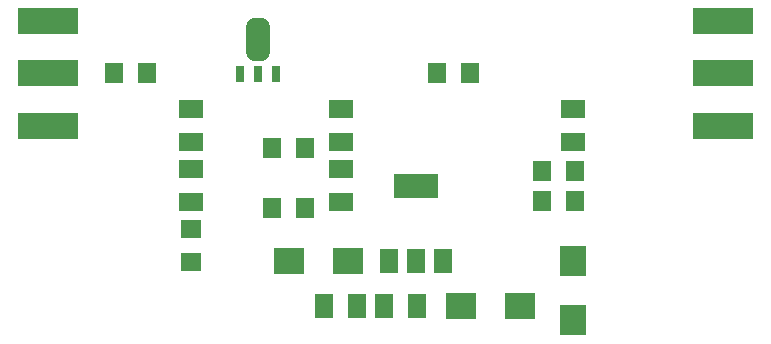
<source format=gtp>
G75*
%MOIN*%
%OFA0B0*%
%FSLAX25Y25*%
%IPPOS*%
%LPD*%
%AMOC8*
5,1,8,0,0,1.08239X$1,22.5*
%
%ADD10R,0.08661X0.10236*%
%ADD11R,0.06299X0.07087*%
%ADD12R,0.10236X0.08661*%
%ADD13R,0.07087X0.06299*%
%ADD14R,0.05900X0.07900*%
%ADD15R,0.15000X0.07900*%
%ADD16R,0.06299X0.07874*%
%ADD17R,0.07874X0.06299*%
%ADD18R,0.03150X0.05512*%
%ADD19C,0.06000*%
%ADD20R,0.20000X0.09000*%
D10*
X0223506Y0074091D03*
X0223506Y0093776D03*
D11*
X0224018Y0113933D03*
X0212994Y0113933D03*
X0212994Y0123933D03*
X0224018Y0123933D03*
X0189018Y0156433D03*
X0177994Y0156433D03*
X0134018Y0131433D03*
X0122994Y0131433D03*
X0122994Y0111433D03*
X0134018Y0111433D03*
X0081518Y0156433D03*
X0070494Y0156433D03*
D12*
X0128664Y0093933D03*
X0148349Y0093933D03*
X0186164Y0078933D03*
X0205849Y0078933D03*
D13*
X0096006Y0093421D03*
X0096006Y0104445D03*
D14*
X0162106Y0094033D03*
X0171106Y0094033D03*
X0180106Y0094033D03*
D15*
X0171006Y0118833D03*
D16*
X0171518Y0078933D03*
X0160494Y0078933D03*
X0151518Y0078933D03*
X0140494Y0078933D03*
D17*
X0146006Y0113421D03*
X0146006Y0124445D03*
X0146006Y0133421D03*
X0146006Y0144445D03*
X0096006Y0144445D03*
X0096006Y0133421D03*
X0096006Y0124445D03*
X0096006Y0113421D03*
X0223506Y0133421D03*
X0223506Y0144445D03*
D18*
X0124408Y0156134D03*
X0118506Y0156138D03*
X0112605Y0156134D03*
D19*
X0117506Y0163449D02*
X0119506Y0163449D01*
X0117506Y0163449D02*
X0117506Y0171819D01*
X0119506Y0171819D01*
X0119506Y0163449D01*
X0119506Y0169448D02*
X0117506Y0169448D01*
D20*
X0048606Y0173833D03*
X0048606Y0156433D03*
X0048606Y0139033D03*
X0273406Y0139033D03*
X0273406Y0156433D03*
X0273406Y0173833D03*
M02*

</source>
